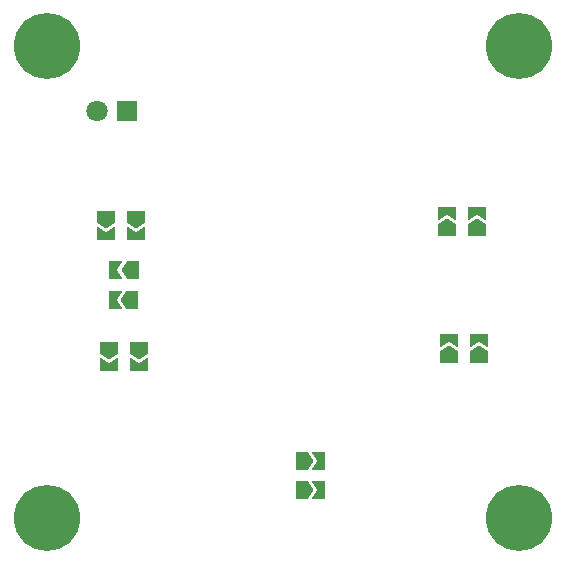
<source format=gbr>
%TF.GenerationSoftware,KiCad,Pcbnew,(6.0.9)*%
%TF.CreationDate,2022-11-18T22:17:03-07:00*%
%TF.ProjectId,AQM,41514d2e-6b69-4636-9164-5f7063625858,rev?*%
%TF.SameCoordinates,Original*%
%TF.FileFunction,Soldermask,Bot*%
%TF.FilePolarity,Negative*%
%FSLAX46Y46*%
G04 Gerber Fmt 4.6, Leading zero omitted, Abs format (unit mm)*
G04 Created by KiCad (PCBNEW (6.0.9)) date 2022-11-18 22:17:03*
%MOMM*%
%LPD*%
G01*
G04 APERTURE LIST*
G04 Aperture macros list*
%AMFreePoly0*
4,1,6,1.000000,0.000000,0.500000,-0.750000,-0.500000,-0.750000,-0.500000,0.750000,0.500000,0.750000,1.000000,0.000000,1.000000,0.000000,$1*%
%AMFreePoly1*
4,1,6,0.500000,-0.750000,-0.650000,-0.750000,-0.150000,0.000000,-0.650000,0.750000,0.500000,0.750000,0.500000,-0.750000,0.500000,-0.750000,$1*%
G04 Aperture macros list end*
%ADD10C,5.600000*%
%ADD11R,1.800000X1.800000*%
%ADD12C,1.800000*%
%ADD13FreePoly0,270.000000*%
%ADD14FreePoly1,270.000000*%
%ADD15FreePoly0,180.000000*%
%ADD16FreePoly1,180.000000*%
%ADD17FreePoly0,0.000000*%
%ADD18FreePoly1,0.000000*%
%ADD19FreePoly0,90.000000*%
%ADD20FreePoly1,90.000000*%
G04 APERTURE END LIST*
D10*
%TO.C,H4*%
X134000000Y-54000000D03*
%TD*%
%TO.C,H3*%
X174000000Y-54000000D03*
%TD*%
%TO.C,H2*%
X134000000Y-94000000D03*
%TD*%
%TO.C,H1*%
X174000000Y-94000000D03*
%TD*%
D11*
%TO.C,D1*%
X140775000Y-59500000D03*
D12*
X138235000Y-59500000D03*
%TD*%
D13*
%TO.C,JP8*%
X141800000Y-79575000D03*
D14*
X141800000Y-81025000D03*
%TD*%
D15*
%TO.C,JP5*%
X141280000Y-72980000D03*
D16*
X139830000Y-72980000D03*
%TD*%
D13*
%TO.C,JP12*%
X139255000Y-79590000D03*
D14*
X139255000Y-81040000D03*
%TD*%
D13*
%TO.C,JP6*%
X141585000Y-68485000D03*
D14*
X141585000Y-69935000D03*
%TD*%
D17*
%TO.C,JP4*%
X155625000Y-91600000D03*
D18*
X157075000Y-91600000D03*
%TD*%
D19*
%TO.C,JP1*%
X170425000Y-69555000D03*
D20*
X170425000Y-68105000D03*
%TD*%
D19*
%TO.C,JP9*%
X167900000Y-69550000D03*
D20*
X167900000Y-68100000D03*
%TD*%
D13*
%TO.C,JP10*%
X139050000Y-68475000D03*
D14*
X139050000Y-69925000D03*
%TD*%
D15*
%TO.C,JP2*%
X141265000Y-75515000D03*
D16*
X139815000Y-75515000D03*
%TD*%
D19*
%TO.C,JP7*%
X168050000Y-80325000D03*
D20*
X168050000Y-78875000D03*
%TD*%
D17*
%TO.C,JP3*%
X155625000Y-89100000D03*
D18*
X157075000Y-89100000D03*
%TD*%
D19*
%TO.C,JP11*%
X170600000Y-80325000D03*
D20*
X170600000Y-78875000D03*
%TD*%
M02*

</source>
